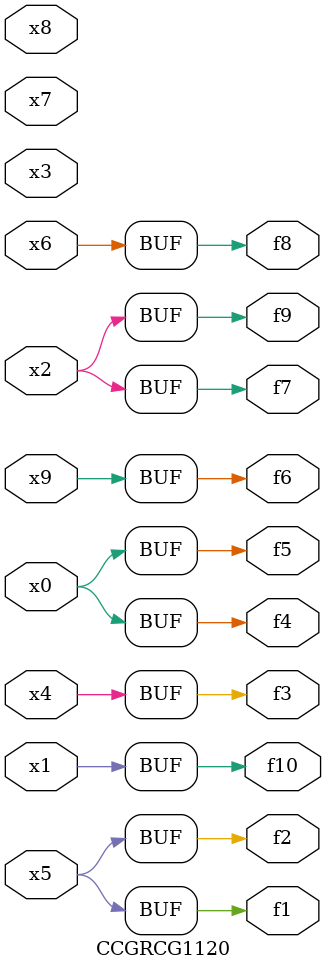
<source format=v>
module CCGRCG1120(
	input x0, x1, x2, x3, x4, x5, x6, x7, x8, x9,
	output f1, f2, f3, f4, f5, f6, f7, f8, f9, f10
);
	assign f1 = x5;
	assign f2 = x5;
	assign f3 = x4;
	assign f4 = x0;
	assign f5 = x0;
	assign f6 = x9;
	assign f7 = x2;
	assign f8 = x6;
	assign f9 = x2;
	assign f10 = x1;
endmodule

</source>
